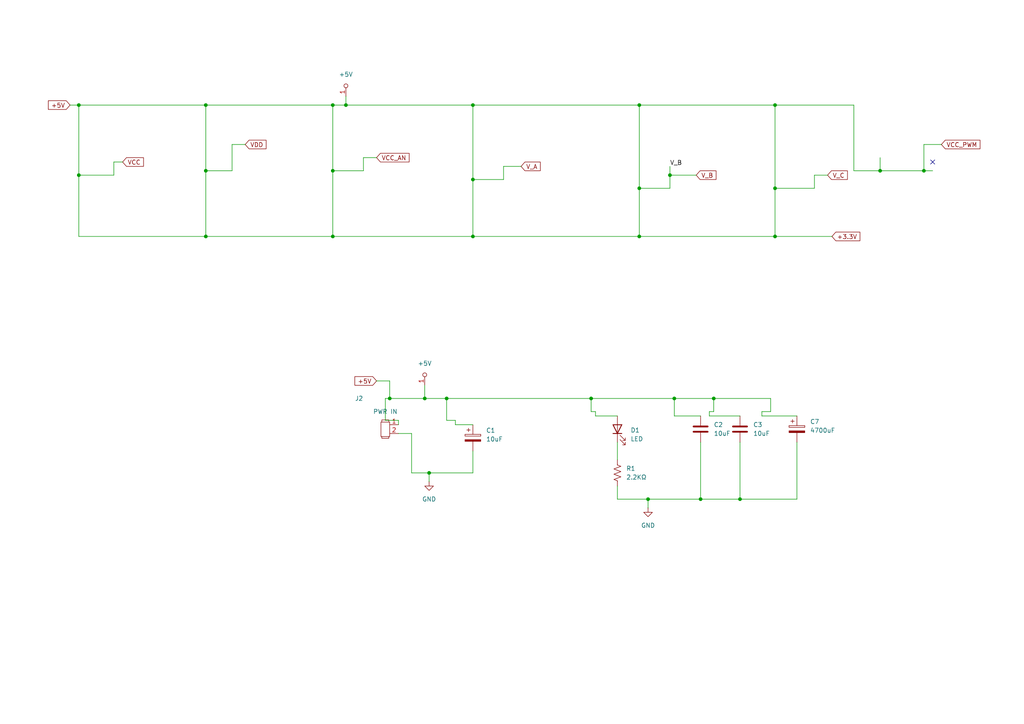
<source format=kicad_sch>
(kicad_sch
	(version 20250114)
	(generator "eeschema")
	(generator_version "9.0")
	(uuid "963225cc-0f22-44c9-801b-b46af991806c")
	(paper "A4")
	(title_block
		(title "Controller for Flooding Diorama")
		(date "2025-11-21")
		(rev "Revision 1")
		(company "Idaho State University College of Technology")
		(comment 1 "RCET Program")
		(comment 2 "Drawn By: Jacob Horsley")
	)
	(lib_symbols
		(symbol "+5V_1"
			(power)
			(exclude_from_sim no)
			(in_bom no)
			(on_board no)
			(property "Reference" "#PWR027"
				(at 0 1.27 0)
				(effects
					(font
						(size 1.27 1.27)
					)
					(hide yes)
				)
			)
			(property "Value" "+5V"
				(at 0 3.81 0)
				(effects
					(font
						(size 1.27 1.27)
					)
				)
			)
			(property "Footprint" ""
				(at 0 0 0)
				(effects
					(font
						(size 1.27 1.27)
					)
					(hide yes)
				)
			)
			(property "Datasheet" ""
				(at 0 0 0)
				(effects
					(font
						(size 1.27 1.27)
					)
					(hide yes)
				)
			)
			(property "Description" ""
				(at 0 0 0)
				(effects
					(font
						(size 1.27 1.27)
					)
					(hide yes)
				)
			)
			(symbol "+5V_1_0_1"
				(circle
					(center 0 0.508)
					(radius 0.568)
					(stroke
						(width 0)
						(type default)
					)
					(fill
						(type none)
					)
				)
			)
			(symbol "+5V_1_1_1"
				(pin bidirectional line
					(at 0 -2.54 90)
					(length 2.54)
					(name ""
						(effects
							(font
								(size 1.27 1.27)
							)
						)
					)
					(number "1"
						(effects
							(font
								(size 1.27 1.27)
							)
						)
					)
				)
			)
			(embedded_fonts no)
		)
		(symbol "Device:C"
			(pin_numbers
				(hide yes)
			)
			(pin_names
				(offset 0.254)
			)
			(exclude_from_sim no)
			(in_bom yes)
			(on_board yes)
			(property "Reference" "C"
				(at 0.635 2.54 0)
				(effects
					(font
						(size 1.27 1.27)
					)
					(justify left)
				)
			)
			(property "Value" "C"
				(at 0.635 -2.54 0)
				(effects
					(font
						(size 1.27 1.27)
					)
					(justify left)
				)
			)
			(property "Footprint" ""
				(at 0.9652 -3.81 0)
				(effects
					(font
						(size 1.27 1.27)
					)
					(hide yes)
				)
			)
			(property "Datasheet" "~"
				(at 0 0 0)
				(effects
					(font
						(size 1.27 1.27)
					)
					(hide yes)
				)
			)
			(property "Description" "Unpolarized capacitor"
				(at 0 0 0)
				(effects
					(font
						(size 1.27 1.27)
					)
					(hide yes)
				)
			)
			(property "ki_keywords" "cap capacitor"
				(at 0 0 0)
				(effects
					(font
						(size 1.27 1.27)
					)
					(hide yes)
				)
			)
			(property "ki_fp_filters" "C_*"
				(at 0 0 0)
				(effects
					(font
						(size 1.27 1.27)
					)
					(hide yes)
				)
			)
			(symbol "C_0_1"
				(polyline
					(pts
						(xy -2.032 0.762) (xy 2.032 0.762)
					)
					(stroke
						(width 0.508)
						(type default)
					)
					(fill
						(type none)
					)
				)
				(polyline
					(pts
						(xy -2.032 -0.762) (xy 2.032 -0.762)
					)
					(stroke
						(width 0.508)
						(type default)
					)
					(fill
						(type none)
					)
				)
			)
			(symbol "C_1_1"
				(pin passive line
					(at 0 3.81 270)
					(length 2.794)
					(name "~"
						(effects
							(font
								(size 1.27 1.27)
							)
						)
					)
					(number "1"
						(effects
							(font
								(size 1.27 1.27)
							)
						)
					)
				)
				(pin passive line
					(at 0 -3.81 90)
					(length 2.794)
					(name "~"
						(effects
							(font
								(size 1.27 1.27)
							)
						)
					)
					(number "2"
						(effects
							(font
								(size 1.27 1.27)
							)
						)
					)
				)
			)
			(embedded_fonts no)
		)
		(symbol "Device:C_Polarized"
			(pin_numbers
				(hide yes)
			)
			(pin_names
				(offset 0.254)
			)
			(exclude_from_sim no)
			(in_bom yes)
			(on_board yes)
			(property "Reference" "C"
				(at 0.635 2.54 0)
				(effects
					(font
						(size 1.27 1.27)
					)
					(justify left)
				)
			)
			(property "Value" "C_Polarized"
				(at 0.635 -2.54 0)
				(effects
					(font
						(size 1.27 1.27)
					)
					(justify left)
				)
			)
			(property "Footprint" ""
				(at 0.9652 -3.81 0)
				(effects
					(font
						(size 1.27 1.27)
					)
					(hide yes)
				)
			)
			(property "Datasheet" "~"
				(at 0 0 0)
				(effects
					(font
						(size 1.27 1.27)
					)
					(hide yes)
				)
			)
			(property "Description" "Polarized capacitor"
				(at 0 0 0)
				(effects
					(font
						(size 1.27 1.27)
					)
					(hide yes)
				)
			)
			(property "ki_keywords" "cap capacitor"
				(at 0 0 0)
				(effects
					(font
						(size 1.27 1.27)
					)
					(hide yes)
				)
			)
			(property "ki_fp_filters" "CP_*"
				(at 0 0 0)
				(effects
					(font
						(size 1.27 1.27)
					)
					(hide yes)
				)
			)
			(symbol "C_Polarized_0_1"
				(rectangle
					(start -2.286 0.508)
					(end 2.286 1.016)
					(stroke
						(width 0)
						(type default)
					)
					(fill
						(type none)
					)
				)
				(polyline
					(pts
						(xy -1.778 2.286) (xy -0.762 2.286)
					)
					(stroke
						(width 0)
						(type default)
					)
					(fill
						(type none)
					)
				)
				(polyline
					(pts
						(xy -1.27 2.794) (xy -1.27 1.778)
					)
					(stroke
						(width 0)
						(type default)
					)
					(fill
						(type none)
					)
				)
				(rectangle
					(start 2.286 -0.508)
					(end -2.286 -1.016)
					(stroke
						(width 0)
						(type default)
					)
					(fill
						(type outline)
					)
				)
			)
			(symbol "C_Polarized_1_1"
				(pin passive line
					(at 0 3.81 270)
					(length 2.794)
					(name "~"
						(effects
							(font
								(size 1.27 1.27)
							)
						)
					)
					(number "1"
						(effects
							(font
								(size 1.27 1.27)
							)
						)
					)
				)
				(pin passive line
					(at 0 -3.81 90)
					(length 2.794)
					(name "~"
						(effects
							(font
								(size 1.27 1.27)
							)
						)
					)
					(number "2"
						(effects
							(font
								(size 1.27 1.27)
							)
						)
					)
				)
			)
			(embedded_fonts no)
		)
		(symbol "Device:LED"
			(pin_numbers
				(hide yes)
			)
			(pin_names
				(offset 1.016)
				(hide yes)
			)
			(exclude_from_sim no)
			(in_bom yes)
			(on_board yes)
			(property "Reference" "D"
				(at 0 2.54 0)
				(effects
					(font
						(size 1.27 1.27)
					)
				)
			)
			(property "Value" "LED"
				(at 0 -2.54 0)
				(effects
					(font
						(size 1.27 1.27)
					)
				)
			)
			(property "Footprint" ""
				(at 0 0 0)
				(effects
					(font
						(size 1.27 1.27)
					)
					(hide yes)
				)
			)
			(property "Datasheet" "~"
				(at 0 0 0)
				(effects
					(font
						(size 1.27 1.27)
					)
					(hide yes)
				)
			)
			(property "Description" "Light emitting diode"
				(at 0 0 0)
				(effects
					(font
						(size 1.27 1.27)
					)
					(hide yes)
				)
			)
			(property "ki_keywords" "LED diode"
				(at 0 0 0)
				(effects
					(font
						(size 1.27 1.27)
					)
					(hide yes)
				)
			)
			(property "ki_fp_filters" "LED* LED_SMD:* LED_THT:*"
				(at 0 0 0)
				(effects
					(font
						(size 1.27 1.27)
					)
					(hide yes)
				)
			)
			(symbol "LED_0_1"
				(polyline
					(pts
						(xy -3.048 -0.762) (xy -4.572 -2.286) (xy -3.81 -2.286) (xy -4.572 -2.286) (xy -4.572 -1.524)
					)
					(stroke
						(width 0)
						(type default)
					)
					(fill
						(type none)
					)
				)
				(polyline
					(pts
						(xy -1.778 -0.762) (xy -3.302 -2.286) (xy -2.54 -2.286) (xy -3.302 -2.286) (xy -3.302 -1.524)
					)
					(stroke
						(width 0)
						(type default)
					)
					(fill
						(type none)
					)
				)
				(polyline
					(pts
						(xy -1.27 0) (xy 1.27 0)
					)
					(stroke
						(width 0)
						(type default)
					)
					(fill
						(type none)
					)
				)
				(polyline
					(pts
						(xy -1.27 -1.27) (xy -1.27 1.27)
					)
					(stroke
						(width 0.254)
						(type default)
					)
					(fill
						(type none)
					)
				)
				(polyline
					(pts
						(xy 1.27 -1.27) (xy 1.27 1.27) (xy -1.27 0) (xy 1.27 -1.27)
					)
					(stroke
						(width 0.254)
						(type default)
					)
					(fill
						(type none)
					)
				)
			)
			(symbol "LED_1_1"
				(pin passive line
					(at -3.81 0 0)
					(length 2.54)
					(name "K"
						(effects
							(font
								(size 1.27 1.27)
							)
						)
					)
					(number "1"
						(effects
							(font
								(size 1.27 1.27)
							)
						)
					)
				)
				(pin passive line
					(at 3.81 0 180)
					(length 2.54)
					(name "A"
						(effects
							(font
								(size 1.27 1.27)
							)
						)
					)
					(number "2"
						(effects
							(font
								(size 1.27 1.27)
							)
						)
					)
				)
			)
			(embedded_fonts no)
		)
		(symbol "Device:R_US"
			(pin_numbers
				(hide yes)
			)
			(pin_names
				(offset 0)
			)
			(exclude_from_sim no)
			(in_bom yes)
			(on_board yes)
			(property "Reference" "R"
				(at 2.54 0 90)
				(effects
					(font
						(size 1.27 1.27)
					)
				)
			)
			(property "Value" "R_US"
				(at -2.54 0 90)
				(effects
					(font
						(size 1.27 1.27)
					)
				)
			)
			(property "Footprint" ""
				(at 1.016 -0.254 90)
				(effects
					(font
						(size 1.27 1.27)
					)
					(hide yes)
				)
			)
			(property "Datasheet" "~"
				(at 0 0 0)
				(effects
					(font
						(size 1.27 1.27)
					)
					(hide yes)
				)
			)
			(property "Description" "Resistor, US symbol"
				(at 0 0 0)
				(effects
					(font
						(size 1.27 1.27)
					)
					(hide yes)
				)
			)
			(property "ki_keywords" "R res resistor"
				(at 0 0 0)
				(effects
					(font
						(size 1.27 1.27)
					)
					(hide yes)
				)
			)
			(property "ki_fp_filters" "R_*"
				(at 0 0 0)
				(effects
					(font
						(size 1.27 1.27)
					)
					(hide yes)
				)
			)
			(symbol "R_US_0_1"
				(polyline
					(pts
						(xy 0 2.286) (xy 0 2.54)
					)
					(stroke
						(width 0)
						(type default)
					)
					(fill
						(type none)
					)
				)
				(polyline
					(pts
						(xy 0 2.286) (xy 1.016 1.905) (xy 0 1.524) (xy -1.016 1.143) (xy 0 0.762)
					)
					(stroke
						(width 0)
						(type default)
					)
					(fill
						(type none)
					)
				)
				(polyline
					(pts
						(xy 0 0.762) (xy 1.016 0.381) (xy 0 0) (xy -1.016 -0.381) (xy 0 -0.762)
					)
					(stroke
						(width 0)
						(type default)
					)
					(fill
						(type none)
					)
				)
				(polyline
					(pts
						(xy 0 -0.762) (xy 1.016 -1.143) (xy 0 -1.524) (xy -1.016 -1.905) (xy 0 -2.286)
					)
					(stroke
						(width 0)
						(type default)
					)
					(fill
						(type none)
					)
				)
				(polyline
					(pts
						(xy 0 -2.286) (xy 0 -2.54)
					)
					(stroke
						(width 0)
						(type default)
					)
					(fill
						(type none)
					)
				)
			)
			(symbol "R_US_1_1"
				(pin passive line
					(at 0 3.81 270)
					(length 1.27)
					(name "~"
						(effects
							(font
								(size 1.27 1.27)
							)
						)
					)
					(number "1"
						(effects
							(font
								(size 1.27 1.27)
							)
						)
					)
				)
				(pin passive line
					(at 0 -3.81 90)
					(length 1.27)
					(name "~"
						(effects
							(font
								(size 1.27 1.27)
							)
						)
					)
					(number "2"
						(effects
							(font
								(size 1.27 1.27)
							)
						)
					)
				)
			)
			(embedded_fonts no)
		)
		(symbol "New_Library_2:+5V"
			(power)
			(exclude_from_sim no)
			(in_bom no)
			(on_board no)
			(property "Reference" "#PWR028"
				(at 0 0.254 0)
				(effects
					(font
						(size 1.27 1.27)
					)
					(hide yes)
				)
			)
			(property "Value" "+5V"
				(at 0 3.81 0)
				(effects
					(font
						(size 1.27 1.27)
					)
				)
			)
			(property "Footprint" ""
				(at 0 0 0)
				(effects
					(font
						(size 1.27 1.27)
					)
					(hide yes)
				)
			)
			(property "Datasheet" ""
				(at 0 0 0)
				(effects
					(font
						(size 1.27 1.27)
					)
					(hide yes)
				)
			)
			(property "Description" ""
				(at 0 0 0)
				(effects
					(font
						(size 1.27 1.27)
					)
					(hide yes)
				)
			)
			(symbol "+5V_0_1"
				(circle
					(center 0 0.508)
					(radius 0.568)
					(stroke
						(width 0)
						(type default)
					)
					(fill
						(type none)
					)
				)
			)
			(symbol "+5V_1_1"
				(pin power_out line
					(at 0 -2.54 90)
					(length 2.54)
					(name ""
						(effects
							(font
								(size 1.27 1.27)
							)
						)
					)
					(number "1"
						(effects
							(font
								(size 1.27 1.27)
							)
						)
					)
				)
			)
			(embedded_fonts no)
		)
		(symbol "New_Library_2:Power_In"
			(exclude_from_sim no)
			(in_bom yes)
			(on_board yes)
			(property "Reference" "J2"
				(at -11.43 7.62 0)
				(effects
					(font
						(size 1.27 1.27)
					)
				)
			)
			(property "Value" "PWR IN"
				(at -11.43 5.08 0)
				(effects
					(font
						(size 1.27 1.27)
					)
				)
			)
			(property "Footprint" ""
				(at -11.43 0.127 0)
				(effects
					(font
						(size 1.27 1.27)
					)
					(hide yes)
				)
			)
			(property "Datasheet" ""
				(at -11.43 0.127 0)
				(effects
					(font
						(size 1.27 1.27)
					)
					(hide yes)
				)
			)
			(property "Description" ""
				(at -11.43 0.127 0)
				(effects
					(font
						(size 1.27 1.27)
					)
					(hide yes)
				)
			)
			(symbol "Power_In_0_1"
				(rectangle
					(start -12.7 2.032)
					(end -10.16 -2.159)
					(stroke
						(width 0)
						(type default)
					)
					(fill
						(type none)
					)
				)
				(polyline
					(pts
						(xy -12.446 -2.159) (xy -12.446 -2.667) (xy -10.414 -2.667) (xy -10.414 -2.159) (xy -10.414 -2.286)
					)
					(stroke
						(width 0)
						(type default)
					)
					(fill
						(type none)
					)
				)
				(polyline
					(pts
						(xy -10.414 2.159) (xy -10.414 2.667) (xy -12.446 2.667) (xy -12.446 2.159) (xy -12.446 2.286)
					)
					(stroke
						(width 0)
						(type default)
					)
					(fill
						(type none)
					)
				)
			)
			(symbol "Power_In_1_1"
				(pin power_in line
					(at -7.62 1.27 180)
					(length 2.54)
					(name ""
						(effects
							(font
								(size 1.27 1.27)
							)
						)
					)
					(number "1"
						(effects
							(font
								(size 1.27 1.27)
							)
						)
					)
				)
				(pin power_out line
					(at -7.62 -1.27 180)
					(length 2.54)
					(name ""
						(effects
							(font
								(size 1.27 1.27)
							)
						)
					)
					(number "2"
						(effects
							(font
								(size 1.27 1.27)
							)
						)
					)
				)
			)
			(embedded_fonts no)
		)
		(symbol "power:GND"
			(power)
			(pin_numbers
				(hide yes)
			)
			(pin_names
				(offset 0)
				(hide yes)
			)
			(exclude_from_sim no)
			(in_bom yes)
			(on_board yes)
			(property "Reference" "#PWR"
				(at 0 -6.35 0)
				(effects
					(font
						(size 1.27 1.27)
					)
					(hide yes)
				)
			)
			(property "Value" "GND"
				(at 0 -3.81 0)
				(effects
					(font
						(size 1.27 1.27)
					)
				)
			)
			(property "Footprint" ""
				(at 0 0 0)
				(effects
					(font
						(size 1.27 1.27)
					)
					(hide yes)
				)
			)
			(property "Datasheet" ""
				(at 0 0 0)
				(effects
					(font
						(size 1.27 1.27)
					)
					(hide yes)
				)
			)
			(property "Description" "Power symbol creates a global label with name \"GND\" , ground"
				(at 0 0 0)
				(effects
					(font
						(size 1.27 1.27)
					)
					(hide yes)
				)
			)
			(property "ki_keywords" "global power"
				(at 0 0 0)
				(effects
					(font
						(size 1.27 1.27)
					)
					(hide yes)
				)
			)
			(symbol "GND_0_1"
				(polyline
					(pts
						(xy 0 0) (xy 0 -1.27) (xy 1.27 -1.27) (xy 0 -2.54) (xy -1.27 -1.27) (xy 0 -1.27)
					)
					(stroke
						(width 0)
						(type default)
					)
					(fill
						(type none)
					)
				)
			)
			(symbol "GND_1_1"
				(pin power_in line
					(at 0 0 270)
					(length 0)
					(name "~"
						(effects
							(font
								(size 1.27 1.27)
							)
						)
					)
					(number "1"
						(effects
							(font
								(size 1.27 1.27)
							)
						)
					)
				)
			)
			(embedded_fonts no)
		)
	)
	(junction
		(at 96.52 49.53)
		(diameter 0)
		(color 0 0 0 0)
		(uuid "0238a9c1-adef-441e-9f20-46b815f2622b")
	)
	(junction
		(at 207.01 115.57)
		(diameter 0)
		(color 0 0 0 0)
		(uuid "0fa0264b-244e-4ddc-8bf0-837f49265fb0")
	)
	(junction
		(at 171.45 115.57)
		(diameter 0)
		(color 0 0 0 0)
		(uuid "191a53c4-989d-459b-b9ff-433fbe308585")
	)
	(junction
		(at 224.79 54.61)
		(diameter 0)
		(color 0 0 0 0)
		(uuid "27a46beb-e248-4f1a-9c90-41c541ace941")
	)
	(junction
		(at 59.69 68.58)
		(diameter 0)
		(color 0 0 0 0)
		(uuid "2a554efb-abff-4ed9-b232-d8944951dd50")
	)
	(junction
		(at 187.96 144.78)
		(diameter 0)
		(color 0 0 0 0)
		(uuid "34a0210f-0625-4204-b5a1-385fd338fbe3")
	)
	(junction
		(at 22.86 50.8)
		(diameter 0)
		(color 0 0 0 0)
		(uuid "36e3a150-0b19-4791-afe9-d24d8f1de272")
	)
	(junction
		(at 224.79 68.58)
		(diameter 0)
		(color 0 0 0 0)
		(uuid "38d30eda-e328-4eb9-889e-11462aa3949b")
	)
	(junction
		(at 100.33 30.48)
		(diameter 0)
		(color 0 0 0 0)
		(uuid "54e22da4-ead6-4c36-b27b-f12ad49ead5a")
	)
	(junction
		(at 185.42 54.61)
		(diameter 0)
		(color 0 0 0 0)
		(uuid "670dfcbf-58ce-41a7-8e22-532780b5d78a")
	)
	(junction
		(at 255.27 49.53)
		(diameter 0)
		(color 0 0 0 0)
		(uuid "7259e733-780d-42c5-be19-7bf19dbf80ae")
	)
	(junction
		(at 96.52 68.58)
		(diameter 0)
		(color 0 0 0 0)
		(uuid "7494e9f6-0b76-4dd8-8b11-2bcef06cf1e6")
	)
	(junction
		(at 123.19 115.57)
		(diameter 0)
		(color 0 0 0 0)
		(uuid "8ad41eda-c5af-45ba-8237-13130711fde8")
	)
	(junction
		(at 137.16 30.48)
		(diameter 0)
		(color 0 0 0 0)
		(uuid "8bd39a5a-322b-4ed5-9aff-104323d10f5b")
	)
	(junction
		(at 195.58 115.57)
		(diameter 0)
		(color 0 0 0 0)
		(uuid "8cab8269-b02e-4899-9df8-8179bf8edc12")
	)
	(junction
		(at 214.63 144.78)
		(diameter 0)
		(color 0 0 0 0)
		(uuid "9bbe58ff-de33-422b-9147-7fe786787c6d")
	)
	(junction
		(at 129.54 115.57)
		(diameter 0)
		(color 0 0 0 0)
		(uuid "aa3118f3-89ac-4315-94a5-5e8a511b5aef")
	)
	(junction
		(at 137.16 68.58)
		(diameter 0)
		(color 0 0 0 0)
		(uuid "b04ae234-3521-44f1-8678-987f6662b61d")
	)
	(junction
		(at 59.69 49.53)
		(diameter 0)
		(color 0 0 0 0)
		(uuid "c1de984a-84e9-45e7-a0ca-c7d2ef79c5ff")
	)
	(junction
		(at 267.97 49.53)
		(diameter 0)
		(color 0 0 0 0)
		(uuid "c585b2ef-ccdb-41db-b41d-d4ab98d30317")
	)
	(junction
		(at 96.52 30.48)
		(diameter 0)
		(color 0 0 0 0)
		(uuid "c9de1273-1d69-4c3f-95d4-2223ead3578c")
	)
	(junction
		(at 137.16 52.07)
		(diameter 0)
		(color 0 0 0 0)
		(uuid "ce4695c4-d47c-48b7-9e0d-e574b3aedd5e")
	)
	(junction
		(at 113.03 115.57)
		(diameter 0)
		(color 0 0 0 0)
		(uuid "d4ff9120-aa83-4b16-b61c-e509dff008d3")
	)
	(junction
		(at 22.86 30.48)
		(diameter 0)
		(color 0 0 0 0)
		(uuid "d92cb599-a278-421d-b033-704cae2c90fe")
	)
	(junction
		(at 185.42 68.58)
		(diameter 0)
		(color 0 0 0 0)
		(uuid "dc6bd251-921c-4cd3-9774-3c3ead375072")
	)
	(junction
		(at 194.31 50.8)
		(diameter 0)
		(color 0 0 0 0)
		(uuid "dfbc7a7e-2095-4bc1-a2d8-137ab75b342e")
	)
	(junction
		(at 124.46 137.16)
		(diameter 0)
		(color 0 0 0 0)
		(uuid "e96472f9-f6e3-4a7d-896d-28d318ef4a6e")
	)
	(junction
		(at 224.79 30.48)
		(diameter 0)
		(color 0 0 0 0)
		(uuid "eb657377-b25a-4459-92b9-33b6441d6795")
	)
	(junction
		(at 185.42 30.48)
		(diameter 0)
		(color 0 0 0 0)
		(uuid "f68c598e-bd27-4b7a-8411-b0652d98e2a8")
	)
	(junction
		(at 203.2 144.78)
		(diameter 0)
		(color 0 0 0 0)
		(uuid "f6f460df-1072-4745-b06d-6fb9a901a704")
	)
	(junction
		(at 59.69 30.48)
		(diameter 0)
		(color 0 0 0 0)
		(uuid "fef9ad44-0fdb-4c38-9859-2cac01e74b43")
	)
	(no_connect
		(at 270.51 46.99)
		(uuid "3d2e41ae-fbcf-4593-bcdc-70776872a108")
	)
	(wire
		(pts
			(xy 115.57 121.92) (xy 111.76 121.92)
		)
		(stroke
			(width 0)
			(type default)
		)
		(uuid "016006e6-b11a-4dca-a59b-6373dde83d3f")
	)
	(wire
		(pts
			(xy 194.31 50.8) (xy 201.93 50.8)
		)
		(stroke
			(width 0)
			(type default)
		)
		(uuid "0351943e-579b-446f-bf80-3e5db7b4f3fe")
	)
	(wire
		(pts
			(xy 185.42 54.61) (xy 185.42 68.58)
		)
		(stroke
			(width 0)
			(type default)
		)
		(uuid "03c8a002-7a27-4d75-bd4f-7943fffdc54e")
	)
	(wire
		(pts
			(xy 137.16 130.81) (xy 137.16 137.16)
		)
		(stroke
			(width 0)
			(type default)
		)
		(uuid "07cca629-3dc5-4957-a0d6-69b8bfc7e2c5")
	)
	(wire
		(pts
			(xy 96.52 49.53) (xy 96.52 68.58)
		)
		(stroke
			(width 0)
			(type default)
		)
		(uuid "09ed6e53-3245-423d-aa37-900046d65181")
	)
	(wire
		(pts
			(xy 137.16 30.48) (xy 137.16 52.07)
		)
		(stroke
			(width 0)
			(type default)
		)
		(uuid "0dc3d603-5cac-4d61-ac6d-37abf2ead33a")
	)
	(wire
		(pts
			(xy 22.86 68.58) (xy 59.69 68.58)
		)
		(stroke
			(width 0)
			(type default)
		)
		(uuid "0e5d3450-0791-460f-a4a1-08f87b3f2351")
	)
	(wire
		(pts
			(xy 96.52 68.58) (xy 137.16 68.58)
		)
		(stroke
			(width 0)
			(type default)
		)
		(uuid "1123f230-0ca5-4068-90a6-15c6e26a4ee1")
	)
	(wire
		(pts
			(xy 33.02 50.8) (xy 33.02 46.99)
		)
		(stroke
			(width 0)
			(type default)
		)
		(uuid "14b80e60-ec70-4292-b9e4-d24c3c9ccce2")
	)
	(wire
		(pts
			(xy 187.96 144.78) (xy 179.07 144.78)
		)
		(stroke
			(width 0)
			(type default)
		)
		(uuid "1baf6393-4c1b-415e-bbce-097d71e74166")
	)
	(wire
		(pts
			(xy 137.16 68.58) (xy 185.42 68.58)
		)
		(stroke
			(width 0)
			(type default)
		)
		(uuid "1e25283a-1597-45ae-9b37-8d72fa4288ff")
	)
	(wire
		(pts
			(xy 119.38 125.73) (xy 119.38 137.16)
		)
		(stroke
			(width 0)
			(type default)
		)
		(uuid "23660dfc-a0bd-4aa5-892f-d114ca0e928e")
	)
	(wire
		(pts
			(xy 214.63 128.27) (xy 214.63 144.78)
		)
		(stroke
			(width 0)
			(type default)
		)
		(uuid "2377ede9-84c0-4743-874d-bb623e06b2de")
	)
	(wire
		(pts
			(xy 267.97 41.91) (xy 267.97 49.53)
		)
		(stroke
			(width 0)
			(type default)
		)
		(uuid "247717ee-d694-4482-a256-57ab5d994b07")
	)
	(wire
		(pts
			(xy 223.52 115.57) (xy 207.01 115.57)
		)
		(stroke
			(width 0)
			(type default)
		)
		(uuid "273bc246-f05f-404c-8450-f46e70904ffc")
	)
	(wire
		(pts
			(xy 224.79 68.58) (xy 241.3 68.58)
		)
		(stroke
			(width 0)
			(type default)
		)
		(uuid "29babb44-7fc1-4ec9-a5b6-04050c9afa41")
	)
	(wire
		(pts
			(xy 207.01 119.38) (xy 207.01 115.57)
		)
		(stroke
			(width 0)
			(type default)
		)
		(uuid "31201671-fb0c-4c9b-b794-387aa2cb8992")
	)
	(wire
		(pts
			(xy 96.52 49.53) (xy 105.41 49.53)
		)
		(stroke
			(width 0)
			(type default)
		)
		(uuid "34a268fa-513e-4248-b78e-40822ccfcdad")
	)
	(wire
		(pts
			(xy 187.96 147.32) (xy 187.96 144.78)
		)
		(stroke
			(width 0)
			(type default)
		)
		(uuid "36cd5906-6262-4199-a88a-409d55f26f0f")
	)
	(wire
		(pts
			(xy 267.97 49.53) (xy 270.51 49.53)
		)
		(stroke
			(width 0)
			(type default)
		)
		(uuid "3cc7a905-cfb6-4cf0-ad48-6ab674421b1f")
	)
	(wire
		(pts
			(xy 111.76 121.92) (xy 111.76 115.57)
		)
		(stroke
			(width 0)
			(type default)
		)
		(uuid "3ee812bc-5408-49b9-8f3a-572b7fd568ae")
	)
	(wire
		(pts
			(xy 129.54 115.57) (xy 171.45 115.57)
		)
		(stroke
			(width 0)
			(type default)
		)
		(uuid "40148c9a-40f3-48da-9aa7-78c23b64b053")
	)
	(wire
		(pts
			(xy 255.27 49.53) (xy 267.97 49.53)
		)
		(stroke
			(width 0)
			(type default)
		)
		(uuid "464ce034-1d88-4cc0-8eb0-6f988e7f7bed")
	)
	(wire
		(pts
			(xy 185.42 68.58) (xy 224.79 68.58)
		)
		(stroke
			(width 0)
			(type default)
		)
		(uuid "4aa6d987-a6d0-48e7-822d-877e6edb0f54")
	)
	(wire
		(pts
			(xy 205.74 120.65) (xy 214.63 120.65)
		)
		(stroke
			(width 0)
			(type default)
		)
		(uuid "4dc5f772-3e12-4d74-adae-cdd6e54718b2")
	)
	(wire
		(pts
			(xy 207.01 119.38) (xy 205.74 119.38)
		)
		(stroke
			(width 0)
			(type default)
		)
		(uuid "4e2ee1db-d8a6-42c4-a184-2fb52a181e38")
	)
	(wire
		(pts
			(xy 96.52 30.48) (xy 96.52 49.53)
		)
		(stroke
			(width 0)
			(type default)
		)
		(uuid "4fa1b7f3-0bff-4205-9577-b4b33a02721b")
	)
	(wire
		(pts
			(xy 105.41 49.53) (xy 105.41 45.72)
		)
		(stroke
			(width 0)
			(type default)
		)
		(uuid "50353cf3-0d15-4ff4-92dc-bfe01c1d3fc5")
	)
	(wire
		(pts
			(xy 247.65 30.48) (xy 224.79 30.48)
		)
		(stroke
			(width 0)
			(type default)
		)
		(uuid "5086d889-e138-4f31-84af-9b97d0f8b8ef")
	)
	(wire
		(pts
			(xy 119.38 137.16) (xy 124.46 137.16)
		)
		(stroke
			(width 0)
			(type default)
		)
		(uuid "5145bbaf-ee1f-49f6-aafe-06b4fdb8b56e")
	)
	(wire
		(pts
			(xy 224.79 30.48) (xy 224.79 54.61)
		)
		(stroke
			(width 0)
			(type default)
		)
		(uuid "553c8f7e-cd41-4760-ba46-71ea56602f24")
	)
	(wire
		(pts
			(xy 132.08 123.19) (xy 137.16 123.19)
		)
		(stroke
			(width 0)
			(type default)
		)
		(uuid "5a8adcd5-70cf-4006-a00d-4178450ba0f1")
	)
	(wire
		(pts
			(xy 137.16 30.48) (xy 185.42 30.48)
		)
		(stroke
			(width 0)
			(type default)
		)
		(uuid "5aa8332b-e0b6-4a33-8bfb-0323d9e919cc")
	)
	(wire
		(pts
			(xy 129.54 115.57) (xy 129.54 121.92)
		)
		(stroke
			(width 0)
			(type default)
		)
		(uuid "5b47a730-279a-4e6c-8605-b8b748adcc3c")
	)
	(wire
		(pts
			(xy 223.52 119.38) (xy 220.98 119.38)
		)
		(stroke
			(width 0)
			(type default)
		)
		(uuid "5f227905-5904-4217-954a-782016f38e55")
	)
	(wire
		(pts
			(xy 123.19 115.57) (xy 129.54 115.57)
		)
		(stroke
			(width 0)
			(type default)
		)
		(uuid "5fb978ed-7a6f-40d0-9088-fd1bac884aaf")
	)
	(wire
		(pts
			(xy 179.07 128.27) (xy 179.07 133.35)
		)
		(stroke
			(width 0)
			(type default)
		)
		(uuid "6036d888-70ce-480e-af37-64d7c9b78ff8")
	)
	(wire
		(pts
			(xy 255.27 49.53) (xy 255.27 45.72)
		)
		(stroke
			(width 0)
			(type default)
		)
		(uuid "608fa88d-2935-4ee0-a89b-c20f6a489d60")
	)
	(wire
		(pts
			(xy 129.54 121.92) (xy 132.08 121.92)
		)
		(stroke
			(width 0)
			(type default)
		)
		(uuid "61a34baf-6624-48a1-ade2-4a3cec117c09")
	)
	(wire
		(pts
			(xy 59.69 49.53) (xy 67.31 49.53)
		)
		(stroke
			(width 0)
			(type default)
		)
		(uuid "6358d456-e87f-4929-ab80-0a6e1c553324")
	)
	(wire
		(pts
			(xy 146.05 48.26) (xy 151.13 48.26)
		)
		(stroke
			(width 0)
			(type default)
		)
		(uuid "6456e769-0141-4f72-91c0-7cc85db7df3a")
	)
	(wire
		(pts
			(xy 113.03 115.57) (xy 123.19 115.57)
		)
		(stroke
			(width 0)
			(type default)
		)
		(uuid "687517f3-51f1-4433-8403-fa370fbaa271")
	)
	(wire
		(pts
			(xy 115.57 121.92) (xy 115.57 123.19)
		)
		(stroke
			(width 0)
			(type default)
		)
		(uuid "6b1b953e-81cc-4748-b89f-28e5997fcfbe")
	)
	(wire
		(pts
			(xy 185.42 54.61) (xy 194.31 54.61)
		)
		(stroke
			(width 0)
			(type default)
		)
		(uuid "6b8663ff-4c99-44c5-ac77-6dc659ea21d4")
	)
	(wire
		(pts
			(xy 59.69 30.48) (xy 59.69 49.53)
		)
		(stroke
			(width 0)
			(type default)
		)
		(uuid "7135a1c4-4737-445f-9214-893186dac627")
	)
	(wire
		(pts
			(xy 172.72 119.38) (xy 172.72 120.65)
		)
		(stroke
			(width 0)
			(type default)
		)
		(uuid "73542b12-5467-4f95-9db7-88c73c452fdd")
	)
	(wire
		(pts
			(xy 33.02 46.99) (xy 35.56 46.99)
		)
		(stroke
			(width 0)
			(type default)
		)
		(uuid "7aa22678-2414-4029-b14f-7bed9e28b7d6")
	)
	(wire
		(pts
			(xy 224.79 54.61) (xy 236.22 54.61)
		)
		(stroke
			(width 0)
			(type default)
		)
		(uuid "800ab6ae-3242-4ef6-ba08-8bddcc1fbe26")
	)
	(wire
		(pts
			(xy 137.16 52.07) (xy 146.05 52.07)
		)
		(stroke
			(width 0)
			(type default)
		)
		(uuid "8283c8eb-9fb5-4a8e-ab23-1e2c5c1d5af0")
	)
	(wire
		(pts
			(xy 220.98 119.38) (xy 220.98 120.65)
		)
		(stroke
			(width 0)
			(type default)
		)
		(uuid "84a5786b-9b4d-4df5-8c4e-dcb9ff4e729b")
	)
	(wire
		(pts
			(xy 223.52 119.38) (xy 223.52 115.57)
		)
		(stroke
			(width 0)
			(type default)
		)
		(uuid "8b599be4-459a-4130-b37e-f8eed1c989dd")
	)
	(wire
		(pts
			(xy 231.14 128.27) (xy 231.14 144.78)
		)
		(stroke
			(width 0)
			(type default)
		)
		(uuid "8bb0231c-4317-45de-bb97-795693735254")
	)
	(wire
		(pts
			(xy 111.76 115.57) (xy 113.03 115.57)
		)
		(stroke
			(width 0)
			(type default)
		)
		(uuid "8eb0a742-7093-4b34-a939-4944f6ab1942")
	)
	(wire
		(pts
			(xy 67.31 41.91) (xy 71.12 41.91)
		)
		(stroke
			(width 0)
			(type default)
		)
		(uuid "92f35354-241b-4c6e-8524-34dc443dfc65")
	)
	(wire
		(pts
			(xy 247.65 49.53) (xy 255.27 49.53)
		)
		(stroke
			(width 0)
			(type default)
		)
		(uuid "96efca0d-ae80-473f-ba20-d6e30fdf0809")
	)
	(wire
		(pts
			(xy 194.31 50.8) (xy 194.31 48.26)
		)
		(stroke
			(width 0)
			(type default)
		)
		(uuid "99e0c84e-cc77-40d3-bf00-39ceab450021")
	)
	(wire
		(pts
			(xy 115.57 125.73) (xy 119.38 125.73)
		)
		(stroke
			(width 0)
			(type default)
		)
		(uuid "9b1806df-fc7e-4408-bb26-51c4554f76dc")
	)
	(wire
		(pts
			(xy 59.69 49.53) (xy 59.69 68.58)
		)
		(stroke
			(width 0)
			(type default)
		)
		(uuid "9e9c25f5-4d0f-471d-baf3-4a42e3866aaf")
	)
	(wire
		(pts
			(xy 214.63 144.78) (xy 203.2 144.78)
		)
		(stroke
			(width 0)
			(type default)
		)
		(uuid "a41dbdef-98c3-41aa-a42d-1c14c8127793")
	)
	(wire
		(pts
			(xy 59.69 30.48) (xy 96.52 30.48)
		)
		(stroke
			(width 0)
			(type default)
		)
		(uuid "a560adc0-e06e-49a2-94d1-e756eea5267f")
	)
	(wire
		(pts
			(xy 96.52 30.48) (xy 100.33 30.48)
		)
		(stroke
			(width 0)
			(type default)
		)
		(uuid "a7bc9acf-e395-4028-bc51-27b7c4ea3efb")
	)
	(wire
		(pts
			(xy 203.2 128.27) (xy 203.2 144.78)
		)
		(stroke
			(width 0)
			(type default)
		)
		(uuid "a9a1ce1e-6fc9-4c62-afc1-cc4e437dc32c")
	)
	(wire
		(pts
			(xy 171.45 115.57) (xy 195.58 115.57)
		)
		(stroke
			(width 0)
			(type default)
		)
		(uuid "aa3b8090-1031-4505-a4c6-d6eabb2c9d4e")
	)
	(wire
		(pts
			(xy 123.19 111.76) (xy 123.19 115.57)
		)
		(stroke
			(width 0)
			(type default)
		)
		(uuid "aad8146c-ae2e-4061-9e17-f6ee1d99570a")
	)
	(wire
		(pts
			(xy 179.07 144.78) (xy 179.07 140.97)
		)
		(stroke
			(width 0)
			(type default)
		)
		(uuid "ae2825b4-59c7-41b1-b6ae-8ff380eb7219")
	)
	(wire
		(pts
			(xy 100.33 27.94) (xy 100.33 30.48)
		)
		(stroke
			(width 0)
			(type default)
		)
		(uuid "ae547802-5a1e-4ddc-9333-0a22cdf6e85b")
	)
	(wire
		(pts
			(xy 171.45 119.38) (xy 172.72 119.38)
		)
		(stroke
			(width 0)
			(type default)
		)
		(uuid "b5dc8930-0e47-4e26-bd05-42f1b6faece3")
	)
	(wire
		(pts
			(xy 236.22 50.8) (xy 240.03 50.8)
		)
		(stroke
			(width 0)
			(type default)
		)
		(uuid "b6526b3a-77b2-41f4-9f59-229b65acbd8b")
	)
	(wire
		(pts
			(xy 59.69 68.58) (xy 96.52 68.58)
		)
		(stroke
			(width 0)
			(type default)
		)
		(uuid "bb2641ff-1f1d-4b83-b9be-c1cca2151653")
	)
	(wire
		(pts
			(xy 146.05 52.07) (xy 146.05 48.26)
		)
		(stroke
			(width 0)
			(type default)
		)
		(uuid "bb6215f2-964d-43df-ab9f-671c16883cec")
	)
	(wire
		(pts
			(xy 132.08 121.92) (xy 132.08 123.19)
		)
		(stroke
			(width 0)
			(type default)
		)
		(uuid "bc12b294-9ead-47a2-873c-3dc6b127d009")
	)
	(wire
		(pts
			(xy 207.01 115.57) (xy 195.58 115.57)
		)
		(stroke
			(width 0)
			(type default)
		)
		(uuid "c05c13cf-8b05-4759-b59b-9f6683d8b7cf")
	)
	(wire
		(pts
			(xy 205.74 119.38) (xy 205.74 120.65)
		)
		(stroke
			(width 0)
			(type default)
		)
		(uuid "c0614616-1f9a-4ca4-9561-edc7835d9e30")
	)
	(wire
		(pts
			(xy 220.98 120.65) (xy 231.14 120.65)
		)
		(stroke
			(width 0)
			(type default)
		)
		(uuid "c4255640-fc37-491d-936b-f594a3a93b7d")
	)
	(wire
		(pts
			(xy 273.05 41.91) (xy 267.97 41.91)
		)
		(stroke
			(width 0)
			(type default)
		)
		(uuid "c490eaa6-8904-41f8-93ae-7c05395b9217")
	)
	(wire
		(pts
			(xy 22.86 30.48) (xy 59.69 30.48)
		)
		(stroke
			(width 0)
			(type default)
		)
		(uuid "c4fde528-63e0-44c2-bc60-937e1d2b4244")
	)
	(wire
		(pts
			(xy 105.41 45.72) (xy 109.22 45.72)
		)
		(stroke
			(width 0)
			(type default)
		)
		(uuid "c75058d7-3ef4-4dd6-950d-2506492e8bad")
	)
	(wire
		(pts
			(xy 124.46 137.16) (xy 137.16 137.16)
		)
		(stroke
			(width 0)
			(type default)
		)
		(uuid "c8c410bb-00df-48aa-b0c7-6327981778e2")
	)
	(wire
		(pts
			(xy 185.42 30.48) (xy 224.79 30.48)
		)
		(stroke
			(width 0)
			(type default)
		)
		(uuid "cb39d3df-2b4b-42a6-9084-7ba7c078ff0d")
	)
	(wire
		(pts
			(xy 22.86 50.8) (xy 33.02 50.8)
		)
		(stroke
			(width 0)
			(type default)
		)
		(uuid "cdf03cc2-45b3-4854-ac19-163ef9ca7a46")
	)
	(wire
		(pts
			(xy 247.65 30.48) (xy 247.65 49.53)
		)
		(stroke
			(width 0)
			(type default)
		)
		(uuid "ce1d2556-58ad-4236-840f-415a402f2a43")
	)
	(wire
		(pts
			(xy 236.22 54.61) (xy 236.22 50.8)
		)
		(stroke
			(width 0)
			(type default)
		)
		(uuid "cec88b78-4568-482c-9def-9925cd3f8584")
	)
	(wire
		(pts
			(xy 113.03 110.49) (xy 113.03 115.57)
		)
		(stroke
			(width 0)
			(type default)
		)
		(uuid "d0d59b2e-f8a6-4f95-956e-86aa2c2145d0")
	)
	(wire
		(pts
			(xy 109.22 110.49) (xy 113.03 110.49)
		)
		(stroke
			(width 0)
			(type default)
		)
		(uuid "d7f03d83-eb40-400f-ae29-a2ea2aed8b26")
	)
	(wire
		(pts
			(xy 187.96 144.78) (xy 203.2 144.78)
		)
		(stroke
			(width 0)
			(type default)
		)
		(uuid "dac834ac-31f6-450f-aa57-91f5c8d831c2")
	)
	(wire
		(pts
			(xy 185.42 30.48) (xy 185.42 54.61)
		)
		(stroke
			(width 0)
			(type default)
		)
		(uuid "dc96aa79-c06c-42d0-b567-99d255d2a996")
	)
	(wire
		(pts
			(xy 231.14 144.78) (xy 214.63 144.78)
		)
		(stroke
			(width 0)
			(type default)
		)
		(uuid "dcbc00a1-86f8-4824-a0d5-913fc3572ef4")
	)
	(wire
		(pts
			(xy 171.45 115.57) (xy 171.45 119.38)
		)
		(stroke
			(width 0)
			(type default)
		)
		(uuid "e15ba667-fe8d-4284-a366-387c183eef27")
	)
	(wire
		(pts
			(xy 195.58 115.57) (xy 195.58 120.65)
		)
		(stroke
			(width 0)
			(type default)
		)
		(uuid "e1f09ac3-6523-4a8b-ad60-c8fa1447b6ef")
	)
	(wire
		(pts
			(xy 67.31 41.91) (xy 67.31 49.53)
		)
		(stroke
			(width 0)
			(type default)
		)
		(uuid "e2d08009-626a-40c1-8d84-3e6c0c056586")
	)
	(wire
		(pts
			(xy 100.33 30.48) (xy 137.16 30.48)
		)
		(stroke
			(width 0)
			(type default)
		)
		(uuid "e4b40941-72e8-4cbb-a807-ba25ce8400cf")
	)
	(wire
		(pts
			(xy 22.86 30.48) (xy 22.86 50.8)
		)
		(stroke
			(width 0)
			(type default)
		)
		(uuid "e70c874b-53ea-4d69-a5c7-4377b16f1166")
	)
	(wire
		(pts
			(xy 124.46 137.16) (xy 124.46 139.7)
		)
		(stroke
			(width 0)
			(type default)
		)
		(uuid "e9f06b3c-29a7-4025-8f1b-c012dbbc405d")
	)
	(wire
		(pts
			(xy 195.58 120.65) (xy 203.2 120.65)
		)
		(stroke
			(width 0)
			(type default)
		)
		(uuid "f59dbb6c-7dde-492a-b00b-ae4f77ae233c")
	)
	(wire
		(pts
			(xy 224.79 54.61) (xy 224.79 68.58)
		)
		(stroke
			(width 0)
			(type default)
		)
		(uuid "f5bfbb65-3eb4-43f1-bb55-d3f22bdd9fd8")
	)
	(wire
		(pts
			(xy 194.31 54.61) (xy 194.31 50.8)
		)
		(stroke
			(width 0)
			(type default)
		)
		(uuid "f5f0f30a-0e9f-40f6-8335-82e519cbdae4")
	)
	(wire
		(pts
			(xy 137.16 52.07) (xy 137.16 68.58)
		)
		(stroke
			(width 0)
			(type default)
		)
		(uuid "f822814c-b209-4186-9a2f-f1c7dbe136af")
	)
	(wire
		(pts
			(xy 172.72 120.65) (xy 179.07 120.65)
		)
		(stroke
			(width 0)
			(type default)
		)
		(uuid "f8e0ff72-bfe3-4bb0-9d29-06ba4d08ba76")
	)
	(wire
		(pts
			(xy 22.86 50.8) (xy 22.86 68.58)
		)
		(stroke
			(width 0)
			(type default)
		)
		(uuid "fdfda48e-fa43-450e-af94-824c570ead98")
	)
	(wire
		(pts
			(xy 20.32 30.48) (xy 22.86 30.48)
		)
		(stroke
			(width 0)
			(type default)
		)
		(uuid "ffc1abd3-cf03-4f7b-8192-cde61195909e")
	)
	(label "V_B"
		(at 194.31 48.26 0)
		(effects
			(font
				(size 1.27 1.27)
			)
			(justify left bottom)
		)
		(uuid "ba742231-b6dd-4364-ac57-2086e9ee9270")
	)
	(global_label "+3.3V"
		(shape input)
		(at 241.3 68.58 0)
		(fields_autoplaced yes)
		(effects
			(font
				(size 1.27 1.27)
			)
			(justify left)
		)
		(uuid "16729558-2dbc-43f2-a527-c705583d56e9")
		(property "Intersheetrefs" "${INTERSHEET_REFS}"
			(at 249.97 68.58 0)
			(effects
				(font
					(size 1.27 1.27)
				)
				(justify left)
				(hide yes)
			)
		)
	)
	(global_label "+5V"
		(shape input)
		(at 20.32 30.48 180)
		(fields_autoplaced yes)
		(effects
			(font
				(size 1.27 1.27)
			)
			(justify right)
		)
		(uuid "43af9a45-eb52-4efb-8eaf-e2e31e5f8703")
		(property "Intersheetrefs" "${INTERSHEET_REFS}"
			(at 13.4643 30.48 0)
			(effects
				(font
					(size 1.27 1.27)
				)
				(justify right)
				(hide yes)
			)
		)
	)
	(global_label "+5V"
		(shape input)
		(at 109.22 110.49 180)
		(fields_autoplaced yes)
		(effects
			(font
				(size 1.27 1.27)
			)
			(justify right)
		)
		(uuid "5874c644-273d-4668-b915-a4fd1f6e9988")
		(property "Intersheetrefs" "${INTERSHEET_REFS}"
			(at 102.3643 110.49 0)
			(effects
				(font
					(size 1.27 1.27)
				)
				(justify right)
				(hide yes)
			)
		)
	)
	(global_label "VDD"
		(shape input)
		(at 71.12 41.91 0)
		(fields_autoplaced yes)
		(effects
			(font
				(size 1.27 1.27)
			)
			(justify left)
		)
		(uuid "6ed8cc8b-3c68-40bb-9f90-5b166b931cc1")
		(property "Intersheetrefs" "${INTERSHEET_REFS}"
			(at 77.7338 41.91 0)
			(effects
				(font
					(size 1.27 1.27)
				)
				(justify left)
				(hide yes)
			)
		)
	)
	(global_label "V_A"
		(shape input)
		(at 151.13 48.26 0)
		(fields_autoplaced yes)
		(effects
			(font
				(size 1.27 1.27)
			)
			(justify left)
		)
		(uuid "786eb78d-25a6-48a7-819e-547281ea6084")
		(property "Intersheetrefs" "${INTERSHEET_REFS}"
			(at 157.26 48.26 0)
			(effects
				(font
					(size 1.27 1.27)
				)
				(justify left)
				(hide yes)
			)
		)
	)
	(global_label "V_C"
		(shape input)
		(at 240.03 50.8 0)
		(fields_autoplaced yes)
		(effects
			(font
				(size 1.27 1.27)
			)
			(justify left)
		)
		(uuid "8ad5a4e9-bf3e-4769-a515-d95df254a2f6")
		(property "Intersheetrefs" "${INTERSHEET_REFS}"
			(at 246.3414 50.8 0)
			(effects
				(font
					(size 1.27 1.27)
				)
				(justify left)
				(hide yes)
			)
		)
	)
	(global_label "VCC"
		(shape input)
		(at 35.56 46.99 0)
		(fields_autoplaced yes)
		(effects
			(font
				(size 1.27 1.27)
			)
			(justify left)
		)
		(uuid "8ebed554-93c7-4f41-a034-237639e4cd35")
		(property "Intersheetrefs" "${INTERSHEET_REFS}"
			(at 42.1738 46.99 0)
			(effects
				(font
					(size 1.27 1.27)
				)
				(justify left)
				(hide yes)
			)
		)
	)
	(global_label "VCC_PWM"
		(shape input)
		(at 273.05 41.91 0)
		(fields_autoplaced yes)
		(effects
			(font
				(size 1.27 1.27)
			)
			(justify left)
		)
		(uuid "a3cb78f4-513c-4768-90cb-f575fbdbb4b3")
		(property "Intersheetrefs" "${INTERSHEET_REFS}"
			(at 284.8042 41.91 0)
			(effects
				(font
					(size 1.27 1.27)
				)
				(justify left)
				(hide yes)
			)
		)
	)
	(global_label "VCC_AN"
		(shape input)
		(at 109.22 45.72 0)
		(fields_autoplaced yes)
		(effects
			(font
				(size 1.27 1.27)
			)
			(justify left)
		)
		(uuid "c9d26ac8-6be2-4e07-b2b2-9740c70e6d1b")
		(property "Intersheetrefs" "${INTERSHEET_REFS}"
			(at 119.2205 45.72 0)
			(effects
				(font
					(size 1.27 1.27)
				)
				(justify left)
				(hide yes)
			)
		)
	)
	(global_label "V_B"
		(shape input)
		(at 201.93 50.8 0)
		(fields_autoplaced yes)
		(effects
			(font
				(size 1.27 1.27)
			)
			(justify left)
		)
		(uuid "fe75284b-a844-4419-9911-c9eecd0c8001")
		(property "Intersheetrefs" "${INTERSHEET_REFS}"
			(at 208.2414 50.8 0)
			(effects
				(font
					(size 1.27 1.27)
				)
				(justify left)
				(hide yes)
			)
		)
	)
	(symbol
		(lib_name "+5V_1")
		(lib_id "New_Library_2:+5V")
		(at 100.33 25.4 0)
		(unit 1)
		(exclude_from_sim no)
		(in_bom no)
		(on_board no)
		(dnp no)
		(fields_autoplaced yes)
		(uuid "0e2ded14-afd7-4003-b990-5adbfc44a779")
		(property "Reference" "#PWR020"
			(at 100.33 24.13 0)
			(effects
				(font
					(size 1.27 1.27)
				)
				(hide yes)
			)
		)
		(property "Value" "+5V"
			(at 100.33 21.59 0)
			(effects
				(font
					(size 1.27 1.27)
				)
			)
		)
		(property "Footprint" ""
			(at 100.33 25.4 0)
			(effects
				(font
					(size 1.27 1.27)
				)
				(hide yes)
			)
		)
		(property "Datasheet" ""
			(at 100.33 25.4 0)
			(effects
				(font
					(size 1.27 1.27)
				)
				(hide yes)
			)
		)
		(property "Description" ""
			(at 100.33 25.4 0)
			(effects
				(font
					(size 1.27 1.27)
				)
				(hide yes)
			)
		)
		(pin "1"
			(uuid "2aefc2d8-2efa-46b9-b394-44e892ff3809")
		)
		(instances
			(project ""
				(path "/270753eb-b111-4872-aca5-aa3e161e54e1/32ee5d72-f401-43ef-9777-8e89b7cc6411"
					(reference "#PWR027")
					(unit 1)
				)
			)
			(project ""
				(path "/a29253d5-3031-4f43-a0bf-89c702fd3c62/2dc4607f-0b53-4b15-ba37-c32f61271353"
					(reference "#PWR020")
					(unit 1)
				)
			)
		)
	)
	(symbol
		(lib_id "Device:R_US")
		(at 179.07 137.16 0)
		(unit 1)
		(exclude_from_sim no)
		(in_bom yes)
		(on_board yes)
		(dnp no)
		(fields_autoplaced yes)
		(uuid "53389d7e-fe0c-4e21-bd69-e936a7bb834c")
		(property "Reference" "R6"
			(at 181.61 135.8899 0)
			(effects
				(font
					(size 1.27 1.27)
				)
				(justify left)
			)
		)
		(property "Value" "2.2KΩ"
			(at 181.61 138.4299 0)
			(effects
				(font
					(size 1.27 1.27)
				)
				(justify left)
			)
		)
		(property "Footprint" "Resistor_SMD:R_0805_2012Metric_Pad1.20x1.40mm_HandSolder"
			(at 180.086 137.414 90)
			(effects
				(font
					(size 1.27 1.27)
				)
				(hide yes)
			)
		)
		(property "Datasheet" "~"
			(at 179.07 137.16 0)
			(effects
				(font
					(size 1.27 1.27)
				)
				(hide yes)
			)
		)
		(property "Description" "Resistor, US symbol"
			(at 179.07 137.16 0)
			(effects
				(font
					(size 1.27 1.27)
				)
				(hide yes)
			)
		)
		(pin "1"
			(uuid "a6d53e29-fd36-43cc-9901-27fce09c80fe")
		)
		(pin "2"
			(uuid "a9c11d41-4bd2-429a-8ca7-8e7cdca15852")
		)
		(instances
			(project ""
				(path "/270753eb-b111-4872-aca5-aa3e161e54e1/32ee5d72-f401-43ef-9777-8e89b7cc6411"
					(reference "R1")
					(unit 1)
				)
			)
			(project ""
				(path "/a29253d5-3031-4f43-a0bf-89c702fd3c62/2dc4607f-0b53-4b15-ba37-c32f61271353"
					(reference "R6")
					(unit 1)
				)
			)
		)
	)
	(symbol
		(lib_id "New_Library_2:Power_In")
		(at 123.19 124.46 0)
		(unit 1)
		(exclude_from_sim no)
		(in_bom yes)
		(on_board yes)
		(dnp no)
		(uuid "589e6e3a-c4d2-4134-9702-72b350cf2279")
		(property "Reference" "J11"
			(at 104.14 115.57 0)
			(effects
				(font
					(size 1.27 1.27)
				)
			)
		)
		(property "Value" "PWR IN"
			(at 111.76 119.38 0)
			(effects
				(font
					(size 1.27 1.27)
				)
			)
		)
		(property "Footprint" "1Library:RightAngle2Molex"
			(at 111.76 124.333 0)
			(effects
				(font
					(size 1.27 1.27)
				)
				(hide yes)
			)
		)
		(property "Datasheet" ""
			(at 111.76 124.333 0)
			(effects
				(font
					(size 1.27 1.27)
				)
				(hide yes)
			)
		)
		(property "Description" ""
			(at 111.76 124.333 0)
			(effects
				(font
					(size 1.27 1.27)
				)
				(hide yes)
			)
		)
		(pin "2"
			(uuid "78377c41-b53a-4f79-8579-b02d471537e6")
		)
		(pin "1"
			(uuid "ddc25e8f-f36a-465e-b56c-c1c39739d602")
		)
		(instances
			(project ""
				(path "/270753eb-b111-4872-aca5-aa3e161e54e1/32ee5d72-f401-43ef-9777-8e89b7cc6411"
					(reference "J2")
					(unit 1)
				)
			)
			(project ""
				(path "/a29253d5-3031-4f43-a0bf-89c702fd3c62/2dc4607f-0b53-4b15-ba37-c32f61271353"
					(reference "J11")
					(unit 1)
				)
			)
		)
	)
	(symbol
		(lib_id "power:GND")
		(at 187.96 147.32 0)
		(unit 1)
		(exclude_from_sim no)
		(in_bom yes)
		(on_board yes)
		(dnp no)
		(fields_autoplaced yes)
		(uuid "7105aff2-0e57-4ac0-997e-12ffe530f53d")
		(property "Reference" "#PWR027"
			(at 187.96 153.67 0)
			(effects
				(font
					(size 1.27 1.27)
				)
				(hide yes)
			)
		)
		(property "Value" "GND"
			(at 187.96 152.4 0)
			(effects
				(font
					(size 1.27 1.27)
				)
			)
		)
		(property "Footprint" ""
			(at 187.96 147.32 0)
			(effects
				(font
					(size 1.27 1.27)
				)
				(hide yes)
			)
		)
		(property "Datasheet" ""
			(at 187.96 147.32 0)
			(effects
				(font
					(size 1.27 1.27)
				)
				(hide yes)
			)
		)
		(property "Description" "Power symbol creates a global label with name \"GND\" , ground"
			(at 187.96 147.32 0)
			(effects
				(font
					(size 1.27 1.27)
				)
				(hide yes)
			)
		)
		(pin "1"
			(uuid "9f432b57-870a-47c0-9dae-1e148b2e8e1d")
		)
		(instances
			(project ""
				(path "/270753eb-b111-4872-aca5-aa3e161e54e1/32ee5d72-f401-43ef-9777-8e89b7cc6411"
					(reference "#PWR04")
					(unit 1)
				)
			)
			(project ""
				(path "/a29253d5-3031-4f43-a0bf-89c702fd3c62/2dc4607f-0b53-4b15-ba37-c32f61271353"
					(reference "#PWR027")
					(unit 1)
				)
			)
		)
	)
	(symbol
		(lib_id "power:GND")
		(at 124.46 139.7 0)
		(unit 1)
		(exclude_from_sim no)
		(in_bom yes)
		(on_board yes)
		(dnp no)
		(fields_autoplaced yes)
		(uuid "78a9e159-5c5a-489a-9062-f005b75ea6c1")
		(property "Reference" "#PWR021"
			(at 124.46 146.05 0)
			(effects
				(font
					(size 1.27 1.27)
				)
				(hide yes)
			)
		)
		(property "Value" "GND"
			(at 124.46 144.78 0)
			(effects
				(font
					(size 1.27 1.27)
				)
			)
		)
		(property "Footprint" ""
			(at 124.46 139.7 0)
			(effects
				(font
					(size 1.27 1.27)
				)
				(hide yes)
			)
		)
		(property "Datasheet" ""
			(at 124.46 139.7 0)
			(effects
				(font
					(size 1.27 1.27)
				)
				(hide yes)
			)
		)
		(property "Description" "Power symbol creates a global label with name \"GND\" , ground"
			(at 124.46 139.7 0)
			(effects
				(font
					(size 1.27 1.27)
				)
				(hide yes)
			)
		)
		(pin "1"
			(uuid "300efc9d-a807-493b-96dd-d5c1a18fd113")
		)
		(instances
			(project ""
				(path "/270753eb-b111-4872-aca5-aa3e161e54e1/32ee5d72-f401-43ef-9777-8e89b7cc6411"
					(reference "#PWR03")
					(unit 1)
				)
			)
			(project ""
				(path "/a29253d5-3031-4f43-a0bf-89c702fd3c62/2dc4607f-0b53-4b15-ba37-c32f61271353"
					(reference "#PWR021")
					(unit 1)
				)
			)
		)
	)
	(symbol
		(lib_id "Device:LED")
		(at 179.07 124.46 90)
		(unit 1)
		(exclude_from_sim no)
		(in_bom yes)
		(on_board yes)
		(dnp no)
		(fields_autoplaced yes)
		(uuid "8d89cc16-22e0-411a-b22a-5b83812a2138")
		(property "Reference" "D6"
			(at 182.88 124.7774 90)
			(effects
				(font
					(size 1.27 1.27)
				)
				(justify right)
			)
		)
		(property "Value" "LED"
			(at 182.88 127.3174 90)
			(effects
				(font
					(size 1.27 1.27)
				)
				(justify right)
			)
		)
		(property "Footprint" "1Library:D_0805_2012Metric_Pad1.15x1.40mm_HandSolder"
			(at 179.07 124.46 0)
			(effects
				(font
					(size 1.27 1.27)
				)
				(hide yes)
			)
		)
		(property "Datasheet" "~"
			(at 179.07 124.46 0)
			(effects
				(font
					(size 1.27 1.27)
				)
				(hide yes)
			)
		)
		(property "Description" "Light emitting diode"
			(at 179.07 124.46 0)
			(effects
				(font
					(size 1.27 1.27)
				)
				(hide yes)
			)
		)
		(pin "1"
			(uuid "ce7a6c6a-f95d-426c-af4b-a24e7072da11")
		)
		(pin "2"
			(uuid "ab71f4d5-1f66-4302-a1e7-dc03f5397cb7")
		)
		(instances
			(project ""
				(path "/270753eb-b111-4872-aca5-aa3e161e54e1/32ee5d72-f401-43ef-9777-8e89b7cc6411"
					(reference "D1")
					(unit 1)
				)
			)
			(project ""
				(path "/a29253d5-3031-4f43-a0bf-89c702fd3c62/2dc4607f-0b53-4b15-ba37-c32f61271353"
					(reference "D6")
					(unit 1)
				)
			)
		)
	)
	(symbol
		(lib_id "Device:C_Polarized")
		(at 137.16 127 0)
		(unit 1)
		(exclude_from_sim no)
		(in_bom yes)
		(on_board yes)
		(dnp no)
		(fields_autoplaced yes)
		(uuid "93767930-06e5-4c21-b555-7269117a1f4b")
		(property "Reference" "C4"
			(at 140.97 124.8409 0)
			(effects
				(font
					(size 1.27 1.27)
				)
				(justify left)
			)
		)
		(property "Value" "10uF"
			(at 140.97 127.3809 0)
			(effects
				(font
					(size 1.27 1.27)
				)
				(justify left)
			)
		)
		(property "Footprint" "Capacitor_SMD:C_0805_2012Metric_Pad1.18x1.45mm_HandSolder"
			(at 138.1252 130.81 0)
			(effects
				(font
					(size 1.27 1.27)
				)
				(hide yes)
			)
		)
		(property "Datasheet" "~"
			(at 137.16 127 0)
			(effects
				(font
					(size 1.27 1.27)
				)
				(hide yes)
			)
		)
		(property "Description" "Polarized capacitor"
			(at 137.16 127 0)
			(effects
				(font
					(size 1.27 1.27)
				)
				(hide yes)
			)
		)
		(pin "1"
			(uuid "0856fd40-d6af-46e3-ba87-5ee27838d92f")
		)
		(pin "2"
			(uuid "a1a6df7d-eab7-4d60-8b92-75c8e3d1a38b")
		)
		(instances
			(project ""
				(path "/270753eb-b111-4872-aca5-aa3e161e54e1/32ee5d72-f401-43ef-9777-8e89b7cc6411"
					(reference "C1")
					(unit 1)
				)
			)
			(project ""
				(path "/a29253d5-3031-4f43-a0bf-89c702fd3c62/2dc4607f-0b53-4b15-ba37-c32f61271353"
					(reference "C4")
					(unit 1)
				)
			)
		)
	)
	(symbol
		(lib_id "Device:C")
		(at 214.63 124.46 0)
		(unit 1)
		(exclude_from_sim no)
		(in_bom yes)
		(on_board yes)
		(dnp no)
		(fields_autoplaced yes)
		(uuid "a2a27950-2575-4eb4-8622-dda00a367388")
		(property "Reference" "C6"
			(at 218.44 123.1899 0)
			(effects
				(font
					(size 1.27 1.27)
				)
				(justify left)
			)
		)
		(property "Value" "10uF"
			(at 218.44 125.7299 0)
			(effects
				(font
					(size 1.27 1.27)
				)
				(justify left)
			)
		)
		(property "Footprint" "Capacitor_SMD:C_0805_2012Metric_Pad1.18x1.45mm_HandSolder"
			(at 215.5952 128.27 0)
			(effects
				(font
					(size 1.27 1.27)
				)
				(hide yes)
			)
		)
		(property "Datasheet" "~"
			(at 214.63 124.46 0)
			(effects
				(font
					(size 1.27 1.27)
				)
				(hide yes)
			)
		)
		(property "Description" "Unpolarized capacitor"
			(at 214.63 124.46 0)
			(effects
				(font
					(size 1.27 1.27)
				)
				(hide yes)
			)
		)
		(pin "2"
			(uuid "fa426374-8524-492d-86f4-9e1091193d05")
		)
		(pin "1"
			(uuid "25731606-5582-41f7-b3fd-d0d7a296cf1d")
		)
		(instances
			(project ""
				(path "/270753eb-b111-4872-aca5-aa3e161e54e1/32ee5d72-f401-43ef-9777-8e89b7cc6411"
					(reference "C3")
					(unit 1)
				)
			)
			(project ""
				(path "/a29253d5-3031-4f43-a0bf-89c702fd3c62/2dc4607f-0b53-4b15-ba37-c32f61271353"
					(reference "C6")
					(unit 1)
				)
			)
		)
	)
	(symbol
		(lib_id "New_Library_2:+5V")
		(at 123.19 109.22 0)
		(unit 1)
		(exclude_from_sim no)
		(in_bom no)
		(on_board no)
		(dnp no)
		(fields_autoplaced yes)
		(uuid "a79a19e5-b26a-4aac-9751-bc6a48b40829")
		(property "Reference" "#PWR022"
			(at 123.19 108.966 0)
			(effects
				(font
					(size 1.27 1.27)
				)
				(hide yes)
			)
		)
		(property "Value" "+5V"
			(at 123.19 105.41 0)
			(effects
				(font
					(size 1.27 1.27)
				)
			)
		)
		(property "Footprint" ""
			(at 123.19 109.22 0)
			(effects
				(font
					(size 1.27 1.27)
				)
				(hide yes)
			)
		)
		(property "Datasheet" ""
			(at 123.19 109.22 0)
			(effects
				(font
					(size 1.27 1.27)
				)
				(hide yes)
			)
		)
		(property "Description" ""
			(at 123.19 109.22 0)
			(effects
				(font
					(size 1.27 1.27)
				)
				(hide yes)
			)
		)
		(pin "1"
			(uuid "b27827ac-2dd0-403b-a464-2b6964fcdfc4")
		)
		(instances
			(project "PIC16f1788 Development Board Jacob H"
				(path "/270753eb-b111-4872-aca5-aa3e161e54e1/32ee5d72-f401-43ef-9777-8e89b7cc6411"
					(reference "#PWR028")
					(unit 1)
				)
			)
			(project "PIC16f1788 Development Board Jacob H"
				(path "/a29253d5-3031-4f43-a0bf-89c702fd3c62/2dc4607f-0b53-4b15-ba37-c32f61271353"
					(reference "#PWR022")
					(unit 1)
				)
			)
		)
	)
	(symbol
		(lib_id "Device:C_Polarized")
		(at 231.14 124.46 0)
		(unit 1)
		(exclude_from_sim no)
		(in_bom yes)
		(on_board yes)
		(dnp no)
		(fields_autoplaced yes)
		(uuid "e936cda0-1936-4354-b5b1-9ce1557d273b")
		(property "Reference" "C7"
			(at 234.95 122.3009 0)
			(effects
				(font
					(size 1.27 1.27)
				)
				(justify left)
			)
		)
		(property "Value" "4700uF"
			(at 234.95 124.8409 0)
			(effects
				(font
					(size 1.27 1.27)
				)
				(justify left)
			)
		)
		(property "Footprint" "Capacitor_THT:CP_Radial_D18.0mm_P7.50mm"
			(at 232.1052 128.27 0)
			(effects
				(font
					(size 1.27 1.27)
				)
				(hide yes)
			)
		)
		(property "Datasheet" "~"
			(at 231.14 124.46 0)
			(effects
				(font
					(size 1.27 1.27)
				)
				(hide yes)
			)
		)
		(property "Description" "Polarized capacitor"
			(at 231.14 124.46 0)
			(effects
				(font
					(size 1.27 1.27)
				)
				(hide yes)
			)
		)
		(pin "1"
			(uuid "6f8c70f8-dd59-48b5-8f52-78cc8aa59c1a")
		)
		(pin "2"
			(uuid "2754e01f-db7b-4a60-8f12-dff731db0cf0")
		)
		(instances
			(project ""
				(path "/a29253d5-3031-4f43-a0bf-89c702fd3c62/2dc4607f-0b53-4b15-ba37-c32f61271353"
					(reference "C7")
					(unit 1)
				)
			)
		)
	)
	(symbol
		(lib_id "Device:C")
		(at 203.2 124.46 0)
		(unit 1)
		(exclude_from_sim no)
		(in_bom yes)
		(on_board yes)
		(dnp no)
		(fields_autoplaced yes)
		(uuid "fa59174b-5737-4dde-a982-052b89d189cb")
		(property "Reference" "C5"
			(at 207.01 123.1899 0)
			(effects
				(font
					(size 1.27 1.27)
				)
				(justify left)
			)
		)
		(property "Value" "10uF"
			(at 207.01 125.7299 0)
			(effects
				(font
					(size 1.27 1.27)
				)
				(justify left)
			)
		)
		(property "Footprint" "Capacitor_SMD:C_0805_2012Metric_Pad1.18x1.45mm_HandSolder"
			(at 204.1652 128.27 0)
			(effects
				(font
					(size 1.27 1.27)
				)
				(hide yes)
			)
		)
		(property "Datasheet" "~"
			(at 203.2 124.46 0)
			(effects
				(font
					(size 1.27 1.27)
				)
				(hide yes)
			)
		)
		(property "Description" "Unpolarized capacitor"
			(at 203.2 124.46 0)
			(effects
				(font
					(size 1.27 1.27)
				)
				(hide yes)
			)
		)
		(pin "1"
			(uuid "b281d811-9420-4c12-87da-7bc7c26c54a0")
		)
		(pin "2"
			(uuid "b92d5f53-dd97-48d0-a5b1-12901f9700a1")
		)
		(instances
			(project ""
				(path "/270753eb-b111-4872-aca5-aa3e161e54e1/32ee5d72-f401-43ef-9777-8e89b7cc6411"
					(reference "C2")
					(unit 1)
				)
			)
			(project ""
				(path "/a29253d5-3031-4f43-a0bf-89c702fd3c62/2dc4607f-0b53-4b15-ba37-c32f61271353"
					(reference "C5")
					(unit 1)
				)
			)
		)
	)
)

</source>
